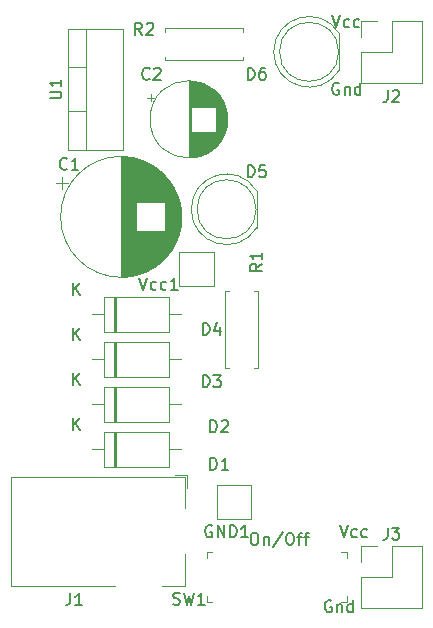
<source format=gbr>
%TF.GenerationSoftware,KiCad,Pcbnew,(5.1.10)-1*%
%TF.CreationDate,2021-09-08T17:33:34-04:00*%
%TF.ProjectId,BreadboardPowerSupplyLee,42726561-6462-46f6-9172-64506f776572,0.0.1*%
%TF.SameCoordinates,Original*%
%TF.FileFunction,Legend,Top*%
%TF.FilePolarity,Positive*%
%FSLAX46Y46*%
G04 Gerber Fmt 4.6, Leading zero omitted, Abs format (unit mm)*
G04 Created by KiCad (PCBNEW (5.1.10)-1) date 2021-09-08 17:33:34*
%MOMM*%
%LPD*%
G01*
G04 APERTURE LIST*
%ADD10C,0.150000*%
%ADD11C,0.120000*%
%ADD12C,0.100000*%
G04 APERTURE END LIST*
D10*
X156837142Y-138565000D02*
X156741904Y-138517380D01*
X156599047Y-138517380D01*
X156456190Y-138565000D01*
X156360952Y-138660238D01*
X156313333Y-138755476D01*
X156265714Y-138945952D01*
X156265714Y-139088809D01*
X156313333Y-139279285D01*
X156360952Y-139374523D01*
X156456190Y-139469761D01*
X156599047Y-139517380D01*
X156694285Y-139517380D01*
X156837142Y-139469761D01*
X156884761Y-139422142D01*
X156884761Y-139088809D01*
X156694285Y-139088809D01*
X157313333Y-138850714D02*
X157313333Y-139517380D01*
X157313333Y-138945952D02*
X157360952Y-138898333D01*
X157456190Y-138850714D01*
X157599047Y-138850714D01*
X157694285Y-138898333D01*
X157741904Y-138993571D01*
X157741904Y-139517380D01*
X158646666Y-139517380D02*
X158646666Y-138517380D01*
X158646666Y-139469761D02*
X158551428Y-139517380D01*
X158360952Y-139517380D01*
X158265714Y-139469761D01*
X158218095Y-139422142D01*
X158170476Y-139326904D01*
X158170476Y-139041190D01*
X158218095Y-138945952D01*
X158265714Y-138898333D01*
X158360952Y-138850714D01*
X158551428Y-138850714D01*
X158646666Y-138898333D01*
X157559523Y-132167380D02*
X157892857Y-133167380D01*
X158226190Y-132167380D01*
X158988095Y-133119761D02*
X158892857Y-133167380D01*
X158702380Y-133167380D01*
X158607142Y-133119761D01*
X158559523Y-133072142D01*
X158511904Y-132976904D01*
X158511904Y-132691190D01*
X158559523Y-132595952D01*
X158607142Y-132548333D01*
X158702380Y-132500714D01*
X158892857Y-132500714D01*
X158988095Y-132548333D01*
X159845238Y-133119761D02*
X159750000Y-133167380D01*
X159559523Y-133167380D01*
X159464285Y-133119761D01*
X159416666Y-133072142D01*
X159369047Y-132976904D01*
X159369047Y-132691190D01*
X159416666Y-132595952D01*
X159464285Y-132548333D01*
X159559523Y-132500714D01*
X159750000Y-132500714D01*
X159845238Y-132548333D01*
X157472142Y-94750000D02*
X157376904Y-94702380D01*
X157234047Y-94702380D01*
X157091190Y-94750000D01*
X156995952Y-94845238D01*
X156948333Y-94940476D01*
X156900714Y-95130952D01*
X156900714Y-95273809D01*
X156948333Y-95464285D01*
X156995952Y-95559523D01*
X157091190Y-95654761D01*
X157234047Y-95702380D01*
X157329285Y-95702380D01*
X157472142Y-95654761D01*
X157519761Y-95607142D01*
X157519761Y-95273809D01*
X157329285Y-95273809D01*
X157948333Y-95035714D02*
X157948333Y-95702380D01*
X157948333Y-95130952D02*
X157995952Y-95083333D01*
X158091190Y-95035714D01*
X158234047Y-95035714D01*
X158329285Y-95083333D01*
X158376904Y-95178571D01*
X158376904Y-95702380D01*
X159281666Y-95702380D02*
X159281666Y-94702380D01*
X159281666Y-95654761D02*
X159186428Y-95702380D01*
X158995952Y-95702380D01*
X158900714Y-95654761D01*
X158853095Y-95607142D01*
X158805476Y-95511904D01*
X158805476Y-95226190D01*
X158853095Y-95130952D01*
X158900714Y-95083333D01*
X158995952Y-95035714D01*
X159186428Y-95035714D01*
X159281666Y-95083333D01*
X156924523Y-88987380D02*
X157257857Y-89987380D01*
X157591190Y-88987380D01*
X158353095Y-89939761D02*
X158257857Y-89987380D01*
X158067380Y-89987380D01*
X157972142Y-89939761D01*
X157924523Y-89892142D01*
X157876904Y-89796904D01*
X157876904Y-89511190D01*
X157924523Y-89415952D01*
X157972142Y-89368333D01*
X158067380Y-89320714D01*
X158257857Y-89320714D01*
X158353095Y-89368333D01*
X159210238Y-89939761D02*
X159115000Y-89987380D01*
X158924523Y-89987380D01*
X158829285Y-89939761D01*
X158781666Y-89892142D01*
X158734047Y-89796904D01*
X158734047Y-89511190D01*
X158781666Y-89415952D01*
X158829285Y-89368333D01*
X158924523Y-89320714D01*
X159115000Y-89320714D01*
X159210238Y-89368333D01*
X150233333Y-132802380D02*
X150423809Y-132802380D01*
X150519047Y-132850000D01*
X150614285Y-132945238D01*
X150661904Y-133135714D01*
X150661904Y-133469047D01*
X150614285Y-133659523D01*
X150519047Y-133754761D01*
X150423809Y-133802380D01*
X150233333Y-133802380D01*
X150138095Y-133754761D01*
X150042857Y-133659523D01*
X149995238Y-133469047D01*
X149995238Y-133135714D01*
X150042857Y-132945238D01*
X150138095Y-132850000D01*
X150233333Y-132802380D01*
X151090476Y-133135714D02*
X151090476Y-133802380D01*
X151090476Y-133230952D02*
X151138095Y-133183333D01*
X151233333Y-133135714D01*
X151376190Y-133135714D01*
X151471428Y-133183333D01*
X151519047Y-133278571D01*
X151519047Y-133802380D01*
X152709523Y-132754761D02*
X151852380Y-134040476D01*
X153233333Y-132802380D02*
X153423809Y-132802380D01*
X153519047Y-132850000D01*
X153614285Y-132945238D01*
X153661904Y-133135714D01*
X153661904Y-133469047D01*
X153614285Y-133659523D01*
X153519047Y-133754761D01*
X153423809Y-133802380D01*
X153233333Y-133802380D01*
X153138095Y-133754761D01*
X153042857Y-133659523D01*
X152995238Y-133469047D01*
X152995238Y-133135714D01*
X153042857Y-132945238D01*
X153138095Y-132850000D01*
X153233333Y-132802380D01*
X153947619Y-133135714D02*
X154328571Y-133135714D01*
X154090476Y-133802380D02*
X154090476Y-132945238D01*
X154138095Y-132850000D01*
X154233333Y-132802380D01*
X154328571Y-132802380D01*
X154519047Y-133135714D02*
X154900000Y-133135714D01*
X154661904Y-133802380D02*
X154661904Y-132945238D01*
X154709523Y-132850000D01*
X154804761Y-132802380D01*
X154900000Y-132802380D01*
D11*
%TO.C,C1*%
X144145000Y-106045000D02*
G75*
G03*
X144145000Y-106045000I-5120000J0D01*
G01*
X139025000Y-100965000D02*
X139025000Y-111125000D01*
X139065000Y-100965000D02*
X139065000Y-111125000D01*
X139105000Y-100965000D02*
X139105000Y-111125000D01*
X139145000Y-100966000D02*
X139145000Y-111124000D01*
X139185000Y-100967000D02*
X139185000Y-111123000D01*
X139225000Y-100968000D02*
X139225000Y-111122000D01*
X139265000Y-100970000D02*
X139265000Y-111120000D01*
X139305000Y-100972000D02*
X139305000Y-111118000D01*
X139345000Y-100975000D02*
X139345000Y-111115000D01*
X139385000Y-100977000D02*
X139385000Y-111113000D01*
X139425000Y-100980000D02*
X139425000Y-111110000D01*
X139465000Y-100983000D02*
X139465000Y-111107000D01*
X139505000Y-100987000D02*
X139505000Y-111103000D01*
X139545000Y-100991000D02*
X139545000Y-111099000D01*
X139585000Y-100995000D02*
X139585000Y-111095000D01*
X139625000Y-101000000D02*
X139625000Y-111090000D01*
X139665000Y-101005000D02*
X139665000Y-111085000D01*
X139705000Y-101010000D02*
X139705000Y-111080000D01*
X139746000Y-101015000D02*
X139746000Y-111075000D01*
X139786000Y-101021000D02*
X139786000Y-111069000D01*
X139826000Y-101027000D02*
X139826000Y-111063000D01*
X139866000Y-101034000D02*
X139866000Y-111056000D01*
X139906000Y-101041000D02*
X139906000Y-111049000D01*
X139946000Y-101048000D02*
X139946000Y-111042000D01*
X139986000Y-101055000D02*
X139986000Y-111035000D01*
X140026000Y-101063000D02*
X140026000Y-111027000D01*
X140066000Y-101071000D02*
X140066000Y-111019000D01*
X140106000Y-101080000D02*
X140106000Y-111010000D01*
X140146000Y-101089000D02*
X140146000Y-111001000D01*
X140186000Y-101098000D02*
X140186000Y-110992000D01*
X140226000Y-101107000D02*
X140226000Y-110983000D01*
X140266000Y-101117000D02*
X140266000Y-110973000D01*
X140306000Y-101127000D02*
X140306000Y-104804000D01*
X140306000Y-107286000D02*
X140306000Y-110963000D01*
X140346000Y-101138000D02*
X140346000Y-104804000D01*
X140346000Y-107286000D02*
X140346000Y-110952000D01*
X140386000Y-101148000D02*
X140386000Y-104804000D01*
X140386000Y-107286000D02*
X140386000Y-110942000D01*
X140426000Y-101160000D02*
X140426000Y-104804000D01*
X140426000Y-107286000D02*
X140426000Y-110930000D01*
X140466000Y-101171000D02*
X140466000Y-104804000D01*
X140466000Y-107286000D02*
X140466000Y-110919000D01*
X140506000Y-101183000D02*
X140506000Y-104804000D01*
X140506000Y-107286000D02*
X140506000Y-110907000D01*
X140546000Y-101195000D02*
X140546000Y-104804000D01*
X140546000Y-107286000D02*
X140546000Y-110895000D01*
X140586000Y-101208000D02*
X140586000Y-104804000D01*
X140586000Y-107286000D02*
X140586000Y-110882000D01*
X140626000Y-101221000D02*
X140626000Y-104804000D01*
X140626000Y-107286000D02*
X140626000Y-110869000D01*
X140666000Y-101234000D02*
X140666000Y-104804000D01*
X140666000Y-107286000D02*
X140666000Y-110856000D01*
X140706000Y-101248000D02*
X140706000Y-104804000D01*
X140706000Y-107286000D02*
X140706000Y-110842000D01*
X140746000Y-101262000D02*
X140746000Y-104804000D01*
X140746000Y-107286000D02*
X140746000Y-110828000D01*
X140786000Y-101277000D02*
X140786000Y-104804000D01*
X140786000Y-107286000D02*
X140786000Y-110813000D01*
X140826000Y-101291000D02*
X140826000Y-104804000D01*
X140826000Y-107286000D02*
X140826000Y-110799000D01*
X140866000Y-101307000D02*
X140866000Y-104804000D01*
X140866000Y-107286000D02*
X140866000Y-110783000D01*
X140906000Y-101322000D02*
X140906000Y-104804000D01*
X140906000Y-107286000D02*
X140906000Y-110768000D01*
X140946000Y-101338000D02*
X140946000Y-104804000D01*
X140946000Y-107286000D02*
X140946000Y-110752000D01*
X140986000Y-101355000D02*
X140986000Y-104804000D01*
X140986000Y-107286000D02*
X140986000Y-110735000D01*
X141026000Y-101371000D02*
X141026000Y-104804000D01*
X141026000Y-107286000D02*
X141026000Y-110719000D01*
X141066000Y-101388000D02*
X141066000Y-104804000D01*
X141066000Y-107286000D02*
X141066000Y-110702000D01*
X141106000Y-101406000D02*
X141106000Y-104804000D01*
X141106000Y-107286000D02*
X141106000Y-110684000D01*
X141146000Y-101424000D02*
X141146000Y-104804000D01*
X141146000Y-107286000D02*
X141146000Y-110666000D01*
X141186000Y-101442000D02*
X141186000Y-104804000D01*
X141186000Y-107286000D02*
X141186000Y-110648000D01*
X141226000Y-101461000D02*
X141226000Y-104804000D01*
X141226000Y-107286000D02*
X141226000Y-110629000D01*
X141266000Y-101481000D02*
X141266000Y-104804000D01*
X141266000Y-107286000D02*
X141266000Y-110609000D01*
X141306000Y-101500000D02*
X141306000Y-104804000D01*
X141306000Y-107286000D02*
X141306000Y-110590000D01*
X141346000Y-101520000D02*
X141346000Y-104804000D01*
X141346000Y-107286000D02*
X141346000Y-110570000D01*
X141386000Y-101541000D02*
X141386000Y-104804000D01*
X141386000Y-107286000D02*
X141386000Y-110549000D01*
X141426000Y-101562000D02*
X141426000Y-104804000D01*
X141426000Y-107286000D02*
X141426000Y-110528000D01*
X141466000Y-101583000D02*
X141466000Y-104804000D01*
X141466000Y-107286000D02*
X141466000Y-110507000D01*
X141506000Y-101605000D02*
X141506000Y-104804000D01*
X141506000Y-107286000D02*
X141506000Y-110485000D01*
X141546000Y-101628000D02*
X141546000Y-104804000D01*
X141546000Y-107286000D02*
X141546000Y-110462000D01*
X141586000Y-101650000D02*
X141586000Y-104804000D01*
X141586000Y-107286000D02*
X141586000Y-110440000D01*
X141626000Y-101674000D02*
X141626000Y-104804000D01*
X141626000Y-107286000D02*
X141626000Y-110416000D01*
X141666000Y-101698000D02*
X141666000Y-104804000D01*
X141666000Y-107286000D02*
X141666000Y-110392000D01*
X141706000Y-101722000D02*
X141706000Y-104804000D01*
X141706000Y-107286000D02*
X141706000Y-110368000D01*
X141746000Y-101747000D02*
X141746000Y-104804000D01*
X141746000Y-107286000D02*
X141746000Y-110343000D01*
X141786000Y-101772000D02*
X141786000Y-104804000D01*
X141786000Y-107286000D02*
X141786000Y-110318000D01*
X141826000Y-101798000D02*
X141826000Y-104804000D01*
X141826000Y-107286000D02*
X141826000Y-110292000D01*
X141866000Y-101824000D02*
X141866000Y-104804000D01*
X141866000Y-107286000D02*
X141866000Y-110266000D01*
X141906000Y-101851000D02*
X141906000Y-104804000D01*
X141906000Y-107286000D02*
X141906000Y-110239000D01*
X141946000Y-101879000D02*
X141946000Y-104804000D01*
X141946000Y-107286000D02*
X141946000Y-110211000D01*
X141986000Y-101907000D02*
X141986000Y-104804000D01*
X141986000Y-107286000D02*
X141986000Y-110183000D01*
X142026000Y-101935000D02*
X142026000Y-104804000D01*
X142026000Y-107286000D02*
X142026000Y-110155000D01*
X142066000Y-101965000D02*
X142066000Y-104804000D01*
X142066000Y-107286000D02*
X142066000Y-110125000D01*
X142106000Y-101995000D02*
X142106000Y-104804000D01*
X142106000Y-107286000D02*
X142106000Y-110095000D01*
X142146000Y-102025000D02*
X142146000Y-104804000D01*
X142146000Y-107286000D02*
X142146000Y-110065000D01*
X142186000Y-102056000D02*
X142186000Y-104804000D01*
X142186000Y-107286000D02*
X142186000Y-110034000D01*
X142226000Y-102088000D02*
X142226000Y-104804000D01*
X142226000Y-107286000D02*
X142226000Y-110002000D01*
X142266000Y-102120000D02*
X142266000Y-104804000D01*
X142266000Y-107286000D02*
X142266000Y-109970000D01*
X142306000Y-102153000D02*
X142306000Y-104804000D01*
X142306000Y-107286000D02*
X142306000Y-109937000D01*
X142346000Y-102187000D02*
X142346000Y-104804000D01*
X142346000Y-107286000D02*
X142346000Y-109903000D01*
X142386000Y-102221000D02*
X142386000Y-104804000D01*
X142386000Y-107286000D02*
X142386000Y-109869000D01*
X142426000Y-102256000D02*
X142426000Y-104804000D01*
X142426000Y-107286000D02*
X142426000Y-109834000D01*
X142466000Y-102292000D02*
X142466000Y-104804000D01*
X142466000Y-107286000D02*
X142466000Y-109798000D01*
X142506000Y-102329000D02*
X142506000Y-104804000D01*
X142506000Y-107286000D02*
X142506000Y-109761000D01*
X142546000Y-102366000D02*
X142546000Y-104804000D01*
X142546000Y-107286000D02*
X142546000Y-109724000D01*
X142586000Y-102405000D02*
X142586000Y-104804000D01*
X142586000Y-107286000D02*
X142586000Y-109685000D01*
X142626000Y-102444000D02*
X142626000Y-104804000D01*
X142626000Y-107286000D02*
X142626000Y-109646000D01*
X142666000Y-102484000D02*
X142666000Y-104804000D01*
X142666000Y-107286000D02*
X142666000Y-109606000D01*
X142706000Y-102525000D02*
X142706000Y-104804000D01*
X142706000Y-107286000D02*
X142706000Y-109565000D01*
X142746000Y-102567000D02*
X142746000Y-104804000D01*
X142746000Y-107286000D02*
X142746000Y-109523000D01*
X142786000Y-102609000D02*
X142786000Y-109481000D01*
X142826000Y-102653000D02*
X142826000Y-109437000D01*
X142866000Y-102698000D02*
X142866000Y-109392000D01*
X142906000Y-102744000D02*
X142906000Y-109346000D01*
X142946000Y-102791000D02*
X142946000Y-109299000D01*
X142986000Y-102839000D02*
X142986000Y-109251000D01*
X143026000Y-102889000D02*
X143026000Y-109201000D01*
X143066000Y-102939000D02*
X143066000Y-109151000D01*
X143106000Y-102991000D02*
X143106000Y-109099000D01*
X143146000Y-103045000D02*
X143146000Y-109045000D01*
X143186000Y-103100000D02*
X143186000Y-108990000D01*
X143226000Y-103156000D02*
X143226000Y-108934000D01*
X143266000Y-103215000D02*
X143266000Y-108875000D01*
X143306000Y-103275000D02*
X143306000Y-108815000D01*
X143346000Y-103336000D02*
X143346000Y-108754000D01*
X143386000Y-103400000D02*
X143386000Y-108690000D01*
X143426000Y-103466000D02*
X143426000Y-108624000D01*
X143466000Y-103535000D02*
X143466000Y-108555000D01*
X143506000Y-103606000D02*
X143506000Y-108484000D01*
X143546000Y-103680000D02*
X143546000Y-108410000D01*
X143586000Y-103756000D02*
X143586000Y-108334000D01*
X143626000Y-103836000D02*
X143626000Y-108254000D01*
X143666000Y-103920000D02*
X143666000Y-108170000D01*
X143706000Y-104008000D02*
X143706000Y-108082000D01*
X143746000Y-104101000D02*
X143746000Y-107989000D01*
X143786000Y-104199000D02*
X143786000Y-107891000D01*
X143826000Y-104303000D02*
X143826000Y-107787000D01*
X143866000Y-104415000D02*
X143866000Y-107675000D01*
X143906000Y-104535000D02*
X143906000Y-107555000D01*
X143946000Y-104667000D02*
X143946000Y-107423000D01*
X143986000Y-104815000D02*
X143986000Y-107275000D01*
X144026000Y-104983000D02*
X144026000Y-107107000D01*
X144066000Y-105183000D02*
X144066000Y-106907000D01*
X144106000Y-105446000D02*
X144106000Y-106644000D01*
X133545354Y-103170000D02*
X134545354Y-103170000D01*
X134045354Y-102670000D02*
X134045354Y-103670000D01*
%TO.C,C2*%
X148030000Y-97790000D02*
G75*
G03*
X148030000Y-97790000I-3270000J0D01*
G01*
X144760000Y-94560000D02*
X144760000Y-101020000D01*
X144800000Y-94560000D02*
X144800000Y-101020000D01*
X144840000Y-94560000D02*
X144840000Y-101020000D01*
X144880000Y-94562000D02*
X144880000Y-101018000D01*
X144920000Y-94563000D02*
X144920000Y-101017000D01*
X144960000Y-94566000D02*
X144960000Y-101014000D01*
X145000000Y-94568000D02*
X145000000Y-96750000D01*
X145000000Y-98830000D02*
X145000000Y-101012000D01*
X145040000Y-94572000D02*
X145040000Y-96750000D01*
X145040000Y-98830000D02*
X145040000Y-101008000D01*
X145080000Y-94575000D02*
X145080000Y-96750000D01*
X145080000Y-98830000D02*
X145080000Y-101005000D01*
X145120000Y-94579000D02*
X145120000Y-96750000D01*
X145120000Y-98830000D02*
X145120000Y-101001000D01*
X145160000Y-94584000D02*
X145160000Y-96750000D01*
X145160000Y-98830000D02*
X145160000Y-100996000D01*
X145200000Y-94589000D02*
X145200000Y-96750000D01*
X145200000Y-98830000D02*
X145200000Y-100991000D01*
X145240000Y-94595000D02*
X145240000Y-96750000D01*
X145240000Y-98830000D02*
X145240000Y-100985000D01*
X145280000Y-94601000D02*
X145280000Y-96750000D01*
X145280000Y-98830000D02*
X145280000Y-100979000D01*
X145320000Y-94608000D02*
X145320000Y-96750000D01*
X145320000Y-98830000D02*
X145320000Y-100972000D01*
X145360000Y-94615000D02*
X145360000Y-96750000D01*
X145360000Y-98830000D02*
X145360000Y-100965000D01*
X145400000Y-94623000D02*
X145400000Y-96750000D01*
X145400000Y-98830000D02*
X145400000Y-100957000D01*
X145440000Y-94631000D02*
X145440000Y-96750000D01*
X145440000Y-98830000D02*
X145440000Y-100949000D01*
X145481000Y-94640000D02*
X145481000Y-96750000D01*
X145481000Y-98830000D02*
X145481000Y-100940000D01*
X145521000Y-94649000D02*
X145521000Y-96750000D01*
X145521000Y-98830000D02*
X145521000Y-100931000D01*
X145561000Y-94659000D02*
X145561000Y-96750000D01*
X145561000Y-98830000D02*
X145561000Y-100921000D01*
X145601000Y-94669000D02*
X145601000Y-96750000D01*
X145601000Y-98830000D02*
X145601000Y-100911000D01*
X145641000Y-94680000D02*
X145641000Y-96750000D01*
X145641000Y-98830000D02*
X145641000Y-100900000D01*
X145681000Y-94692000D02*
X145681000Y-96750000D01*
X145681000Y-98830000D02*
X145681000Y-100888000D01*
X145721000Y-94704000D02*
X145721000Y-96750000D01*
X145721000Y-98830000D02*
X145721000Y-100876000D01*
X145761000Y-94716000D02*
X145761000Y-96750000D01*
X145761000Y-98830000D02*
X145761000Y-100864000D01*
X145801000Y-94729000D02*
X145801000Y-96750000D01*
X145801000Y-98830000D02*
X145801000Y-100851000D01*
X145841000Y-94743000D02*
X145841000Y-96750000D01*
X145841000Y-98830000D02*
X145841000Y-100837000D01*
X145881000Y-94757000D02*
X145881000Y-96750000D01*
X145881000Y-98830000D02*
X145881000Y-100823000D01*
X145921000Y-94772000D02*
X145921000Y-96750000D01*
X145921000Y-98830000D02*
X145921000Y-100808000D01*
X145961000Y-94788000D02*
X145961000Y-96750000D01*
X145961000Y-98830000D02*
X145961000Y-100792000D01*
X146001000Y-94804000D02*
X146001000Y-96750000D01*
X146001000Y-98830000D02*
X146001000Y-100776000D01*
X146041000Y-94820000D02*
X146041000Y-96750000D01*
X146041000Y-98830000D02*
X146041000Y-100760000D01*
X146081000Y-94838000D02*
X146081000Y-96750000D01*
X146081000Y-98830000D02*
X146081000Y-100742000D01*
X146121000Y-94856000D02*
X146121000Y-96750000D01*
X146121000Y-98830000D02*
X146121000Y-100724000D01*
X146161000Y-94874000D02*
X146161000Y-96750000D01*
X146161000Y-98830000D02*
X146161000Y-100706000D01*
X146201000Y-94894000D02*
X146201000Y-96750000D01*
X146201000Y-98830000D02*
X146201000Y-100686000D01*
X146241000Y-94914000D02*
X146241000Y-96750000D01*
X146241000Y-98830000D02*
X146241000Y-100666000D01*
X146281000Y-94934000D02*
X146281000Y-96750000D01*
X146281000Y-98830000D02*
X146281000Y-100646000D01*
X146321000Y-94956000D02*
X146321000Y-96750000D01*
X146321000Y-98830000D02*
X146321000Y-100624000D01*
X146361000Y-94978000D02*
X146361000Y-96750000D01*
X146361000Y-98830000D02*
X146361000Y-100602000D01*
X146401000Y-95000000D02*
X146401000Y-96750000D01*
X146401000Y-98830000D02*
X146401000Y-100580000D01*
X146441000Y-95024000D02*
X146441000Y-96750000D01*
X146441000Y-98830000D02*
X146441000Y-100556000D01*
X146481000Y-95048000D02*
X146481000Y-96750000D01*
X146481000Y-98830000D02*
X146481000Y-100532000D01*
X146521000Y-95074000D02*
X146521000Y-96750000D01*
X146521000Y-98830000D02*
X146521000Y-100506000D01*
X146561000Y-95100000D02*
X146561000Y-96750000D01*
X146561000Y-98830000D02*
X146561000Y-100480000D01*
X146601000Y-95126000D02*
X146601000Y-96750000D01*
X146601000Y-98830000D02*
X146601000Y-100454000D01*
X146641000Y-95154000D02*
X146641000Y-96750000D01*
X146641000Y-98830000D02*
X146641000Y-100426000D01*
X146681000Y-95183000D02*
X146681000Y-96750000D01*
X146681000Y-98830000D02*
X146681000Y-100397000D01*
X146721000Y-95212000D02*
X146721000Y-96750000D01*
X146721000Y-98830000D02*
X146721000Y-100368000D01*
X146761000Y-95242000D02*
X146761000Y-96750000D01*
X146761000Y-98830000D02*
X146761000Y-100338000D01*
X146801000Y-95274000D02*
X146801000Y-96750000D01*
X146801000Y-98830000D02*
X146801000Y-100306000D01*
X146841000Y-95306000D02*
X146841000Y-96750000D01*
X146841000Y-98830000D02*
X146841000Y-100274000D01*
X146881000Y-95340000D02*
X146881000Y-96750000D01*
X146881000Y-98830000D02*
X146881000Y-100240000D01*
X146921000Y-95374000D02*
X146921000Y-96750000D01*
X146921000Y-98830000D02*
X146921000Y-100206000D01*
X146961000Y-95410000D02*
X146961000Y-96750000D01*
X146961000Y-98830000D02*
X146961000Y-100170000D01*
X147001000Y-95447000D02*
X147001000Y-96750000D01*
X147001000Y-98830000D02*
X147001000Y-100133000D01*
X147041000Y-95485000D02*
X147041000Y-96750000D01*
X147041000Y-98830000D02*
X147041000Y-100095000D01*
X147081000Y-95525000D02*
X147081000Y-100055000D01*
X147121000Y-95566000D02*
X147121000Y-100014000D01*
X147161000Y-95608000D02*
X147161000Y-99972000D01*
X147201000Y-95653000D02*
X147201000Y-99927000D01*
X147241000Y-95698000D02*
X147241000Y-99882000D01*
X147281000Y-95746000D02*
X147281000Y-99834000D01*
X147321000Y-95795000D02*
X147321000Y-99785000D01*
X147361000Y-95846000D02*
X147361000Y-99734000D01*
X147401000Y-95900000D02*
X147401000Y-99680000D01*
X147441000Y-95956000D02*
X147441000Y-99624000D01*
X147481000Y-96014000D02*
X147481000Y-99566000D01*
X147521000Y-96076000D02*
X147521000Y-99504000D01*
X147561000Y-96140000D02*
X147561000Y-99440000D01*
X147601000Y-96209000D02*
X147601000Y-99371000D01*
X147641000Y-96281000D02*
X147641000Y-99299000D01*
X147681000Y-96358000D02*
X147681000Y-99222000D01*
X147721000Y-96440000D02*
X147721000Y-99140000D01*
X147761000Y-96528000D02*
X147761000Y-99052000D01*
X147801000Y-96625000D02*
X147801000Y-98955000D01*
X147841000Y-96731000D02*
X147841000Y-98849000D01*
X147881000Y-96850000D02*
X147881000Y-98730000D01*
X147921000Y-96988000D02*
X147921000Y-98592000D01*
X147961000Y-97157000D02*
X147961000Y-98423000D01*
X148001000Y-97388000D02*
X148001000Y-98192000D01*
X141259759Y-95951000D02*
X141889759Y-95951000D01*
X141574759Y-95636000D02*
X141574759Y-96266000D01*
%TO.C,D1*%
X137615000Y-124260000D02*
X137615000Y-127200000D01*
X137615000Y-127200000D02*
X143055000Y-127200000D01*
X143055000Y-127200000D02*
X143055000Y-124260000D01*
X143055000Y-124260000D02*
X137615000Y-124260000D01*
X136595000Y-125730000D02*
X137615000Y-125730000D01*
X144075000Y-125730000D02*
X143055000Y-125730000D01*
X138515000Y-124260000D02*
X138515000Y-127200000D01*
X138635000Y-124260000D02*
X138635000Y-127200000D01*
X138395000Y-124260000D02*
X138395000Y-127200000D01*
%TO.C,D2*%
X137615000Y-120450000D02*
X137615000Y-123390000D01*
X137615000Y-123390000D02*
X143055000Y-123390000D01*
X143055000Y-123390000D02*
X143055000Y-120450000D01*
X143055000Y-120450000D02*
X137615000Y-120450000D01*
X136595000Y-121920000D02*
X137615000Y-121920000D01*
X144075000Y-121920000D02*
X143055000Y-121920000D01*
X138515000Y-120450000D02*
X138515000Y-123390000D01*
X138635000Y-120450000D02*
X138635000Y-123390000D01*
X138395000Y-120450000D02*
X138395000Y-123390000D01*
%TO.C,D3*%
X137615000Y-116640000D02*
X137615000Y-119580000D01*
X137615000Y-119580000D02*
X143055000Y-119580000D01*
X143055000Y-119580000D02*
X143055000Y-116640000D01*
X143055000Y-116640000D02*
X137615000Y-116640000D01*
X136595000Y-118110000D02*
X137615000Y-118110000D01*
X144075000Y-118110000D02*
X143055000Y-118110000D01*
X138515000Y-116640000D02*
X138515000Y-119580000D01*
X138635000Y-116640000D02*
X138635000Y-119580000D01*
X138395000Y-116640000D02*
X138395000Y-119580000D01*
%TO.C,D4*%
X137615000Y-112830000D02*
X137615000Y-115770000D01*
X137615000Y-115770000D02*
X143055000Y-115770000D01*
X143055000Y-115770000D02*
X143055000Y-112830000D01*
X143055000Y-112830000D02*
X137615000Y-112830000D01*
X136595000Y-114300000D02*
X137615000Y-114300000D01*
X144075000Y-114300000D02*
X143055000Y-114300000D01*
X138515000Y-112830000D02*
X138515000Y-115770000D01*
X138635000Y-112830000D02*
X138635000Y-115770000D01*
X138395000Y-112830000D02*
X138395000Y-115770000D01*
%TO.C,D5*%
X144965000Y-105410462D02*
G75*
G02*
X150515000Y-103865170I2990000J462D01*
G01*
X144965000Y-105409538D02*
G75*
G03*
X150515000Y-106954830I2990000J-462D01*
G01*
X150455000Y-105410000D02*
G75*
G03*
X150455000Y-105410000I-2500000J0D01*
G01*
X150515000Y-106955000D02*
X150515000Y-103865000D01*
%TO.C,D6*%
X151950000Y-92075462D02*
G75*
G02*
X157500000Y-90530170I2990000J462D01*
G01*
X151950000Y-92074538D02*
G75*
G03*
X157500000Y-93619830I2990000J-462D01*
G01*
X157440000Y-92075000D02*
G75*
G03*
X157440000Y-92075000I-2500000J0D01*
G01*
X157500000Y-93620000D02*
X157500000Y-90530000D01*
%TO.C,J1*%
X144610000Y-128965000D02*
X144610000Y-127915000D01*
X143560000Y-127915000D02*
X144610000Y-127915000D01*
X138510000Y-137315000D02*
X129710000Y-137315000D01*
X129710000Y-137315000D02*
X129710000Y-128115000D01*
X144410000Y-134615000D02*
X144410000Y-137315000D01*
X144410000Y-137315000D02*
X142510000Y-137315000D01*
X129710000Y-128115000D02*
X144410000Y-128115000D01*
X144410000Y-128115000D02*
X144410000Y-130715000D01*
%TO.C,J2*%
X159325000Y-94675000D02*
X164525000Y-94675000D01*
X159325000Y-92075000D02*
X159325000Y-94675000D01*
X164525000Y-89475000D02*
X164525000Y-94675000D01*
X159325000Y-92075000D02*
X161925000Y-92075000D01*
X161925000Y-92075000D02*
X161925000Y-89475000D01*
X161925000Y-89475000D02*
X164525000Y-89475000D01*
X159325000Y-90805000D02*
X159325000Y-89475000D01*
X159325000Y-89475000D02*
X160655000Y-89475000D01*
%TO.C,J3*%
X159325000Y-139125000D02*
X164525000Y-139125000D01*
X159325000Y-136525000D02*
X159325000Y-139125000D01*
X164525000Y-133925000D02*
X164525000Y-139125000D01*
X159325000Y-136525000D02*
X161925000Y-136525000D01*
X161925000Y-136525000D02*
X161925000Y-133925000D01*
X161925000Y-133925000D02*
X164525000Y-133925000D01*
X159325000Y-135255000D02*
X159325000Y-133925000D01*
X159325000Y-133925000D02*
X160655000Y-133925000D01*
%TO.C,R1*%
X148185000Y-118840000D02*
X147855000Y-118840000D01*
X147855000Y-118840000D02*
X147855000Y-112300000D01*
X147855000Y-112300000D02*
X148185000Y-112300000D01*
X150265000Y-118840000D02*
X150595000Y-118840000D01*
X150595000Y-118840000D02*
X150595000Y-112300000D01*
X150595000Y-112300000D02*
X150265000Y-112300000D01*
%TO.C,R2*%
X142780000Y-90400000D02*
X142780000Y-90070000D01*
X142780000Y-90070000D02*
X149320000Y-90070000D01*
X149320000Y-90070000D02*
X149320000Y-90400000D01*
X142780000Y-92480000D02*
X142780000Y-92810000D01*
X142780000Y-92810000D02*
X149320000Y-92810000D01*
X149320000Y-92810000D02*
X149320000Y-92480000D01*
D12*
%TO.C,SW1*%
X158160000Y-138625000D02*
X157660000Y-138625000D01*
X158160000Y-138625000D02*
X158160000Y-138125000D01*
X146260000Y-138625000D02*
X146760000Y-138625000D01*
X146260000Y-138625000D02*
X146260000Y-138125000D01*
X146260000Y-134425000D02*
X146760000Y-134425000D01*
X146260000Y-134425000D02*
X146260000Y-134925000D01*
X158160000Y-134425000D02*
X158160000Y-134925000D01*
X158160000Y-134425000D02*
X157660000Y-134425000D01*
D11*
%TO.C,U1*%
X134525000Y-100370000D02*
X134525000Y-90130000D01*
X139166000Y-100370000D02*
X139166000Y-90130000D01*
X134525000Y-100370000D02*
X139166000Y-100370000D01*
X134525000Y-90130000D02*
X139166000Y-90130000D01*
X136035000Y-100370000D02*
X136035000Y-90130000D01*
X134525000Y-97100000D02*
X136035000Y-97100000D01*
X134525000Y-93399000D02*
X136035000Y-93399000D01*
%TO.C,GND1*%
X147140000Y-128725000D02*
X150040000Y-128725000D01*
X150040000Y-128725000D02*
X150040000Y-131625000D01*
X150040000Y-131625000D02*
X147140000Y-131625000D01*
X147140000Y-131625000D02*
X147140000Y-128725000D01*
%TO.C,Vcc1*%
X143965000Y-111940000D02*
X143965000Y-109040000D01*
X146865000Y-111940000D02*
X143965000Y-111940000D01*
X146865000Y-109040000D02*
X146865000Y-111940000D01*
X143965000Y-109040000D02*
X146865000Y-109040000D01*
%TO.C,C1*%
D10*
X134453333Y-101957142D02*
X134405714Y-102004761D01*
X134262857Y-102052380D01*
X134167619Y-102052380D01*
X134024761Y-102004761D01*
X133929523Y-101909523D01*
X133881904Y-101814285D01*
X133834285Y-101623809D01*
X133834285Y-101480952D01*
X133881904Y-101290476D01*
X133929523Y-101195238D01*
X134024761Y-101100000D01*
X134167619Y-101052380D01*
X134262857Y-101052380D01*
X134405714Y-101100000D01*
X134453333Y-101147619D01*
X135405714Y-102052380D02*
X134834285Y-102052380D01*
X135120000Y-102052380D02*
X135120000Y-101052380D01*
X135024761Y-101195238D01*
X134929523Y-101290476D01*
X134834285Y-101338095D01*
%TO.C,C2*%
X141438333Y-94337142D02*
X141390714Y-94384761D01*
X141247857Y-94432380D01*
X141152619Y-94432380D01*
X141009761Y-94384761D01*
X140914523Y-94289523D01*
X140866904Y-94194285D01*
X140819285Y-94003809D01*
X140819285Y-93860952D01*
X140866904Y-93670476D01*
X140914523Y-93575238D01*
X141009761Y-93480000D01*
X141152619Y-93432380D01*
X141247857Y-93432380D01*
X141390714Y-93480000D01*
X141438333Y-93527619D01*
X141819285Y-93527619D02*
X141866904Y-93480000D01*
X141962142Y-93432380D01*
X142200238Y-93432380D01*
X142295476Y-93480000D01*
X142343095Y-93527619D01*
X142390714Y-93622857D01*
X142390714Y-93718095D01*
X142343095Y-93860952D01*
X141771666Y-94432380D01*
X142390714Y-94432380D01*
%TO.C,D1*%
X146581904Y-127452380D02*
X146581904Y-126452380D01*
X146820000Y-126452380D01*
X146962857Y-126500000D01*
X147058095Y-126595238D01*
X147105714Y-126690476D01*
X147153333Y-126880952D01*
X147153333Y-127023809D01*
X147105714Y-127214285D01*
X147058095Y-127309523D01*
X146962857Y-127404761D01*
X146820000Y-127452380D01*
X146581904Y-127452380D01*
X148105714Y-127452380D02*
X147534285Y-127452380D01*
X147820000Y-127452380D02*
X147820000Y-126452380D01*
X147724761Y-126595238D01*
X147629523Y-126690476D01*
X147534285Y-126738095D01*
X134993095Y-124082380D02*
X134993095Y-123082380D01*
X135564523Y-124082380D02*
X135135952Y-123510952D01*
X135564523Y-123082380D02*
X134993095Y-123653809D01*
%TO.C,D2*%
X146581904Y-124277380D02*
X146581904Y-123277380D01*
X146820000Y-123277380D01*
X146962857Y-123325000D01*
X147058095Y-123420238D01*
X147105714Y-123515476D01*
X147153333Y-123705952D01*
X147153333Y-123848809D01*
X147105714Y-124039285D01*
X147058095Y-124134523D01*
X146962857Y-124229761D01*
X146820000Y-124277380D01*
X146581904Y-124277380D01*
X147534285Y-123372619D02*
X147581904Y-123325000D01*
X147677142Y-123277380D01*
X147915238Y-123277380D01*
X148010476Y-123325000D01*
X148058095Y-123372619D01*
X148105714Y-123467857D01*
X148105714Y-123563095D01*
X148058095Y-123705952D01*
X147486666Y-124277380D01*
X148105714Y-124277380D01*
X134993095Y-120272380D02*
X134993095Y-119272380D01*
X135564523Y-120272380D02*
X135135952Y-119700952D01*
X135564523Y-119272380D02*
X134993095Y-119843809D01*
%TO.C,D3*%
X145946904Y-120467380D02*
X145946904Y-119467380D01*
X146185000Y-119467380D01*
X146327857Y-119515000D01*
X146423095Y-119610238D01*
X146470714Y-119705476D01*
X146518333Y-119895952D01*
X146518333Y-120038809D01*
X146470714Y-120229285D01*
X146423095Y-120324523D01*
X146327857Y-120419761D01*
X146185000Y-120467380D01*
X145946904Y-120467380D01*
X146851666Y-119467380D02*
X147470714Y-119467380D01*
X147137380Y-119848333D01*
X147280238Y-119848333D01*
X147375476Y-119895952D01*
X147423095Y-119943571D01*
X147470714Y-120038809D01*
X147470714Y-120276904D01*
X147423095Y-120372142D01*
X147375476Y-120419761D01*
X147280238Y-120467380D01*
X146994523Y-120467380D01*
X146899285Y-120419761D01*
X146851666Y-120372142D01*
X134993095Y-116462380D02*
X134993095Y-115462380D01*
X135564523Y-116462380D02*
X135135952Y-115890952D01*
X135564523Y-115462380D02*
X134993095Y-116033809D01*
%TO.C,D4*%
X145946904Y-116022380D02*
X145946904Y-115022380D01*
X146185000Y-115022380D01*
X146327857Y-115070000D01*
X146423095Y-115165238D01*
X146470714Y-115260476D01*
X146518333Y-115450952D01*
X146518333Y-115593809D01*
X146470714Y-115784285D01*
X146423095Y-115879523D01*
X146327857Y-115974761D01*
X146185000Y-116022380D01*
X145946904Y-116022380D01*
X147375476Y-115355714D02*
X147375476Y-116022380D01*
X147137380Y-114974761D02*
X146899285Y-115689047D01*
X147518333Y-115689047D01*
X134993095Y-112652380D02*
X134993095Y-111652380D01*
X135564523Y-112652380D02*
X135135952Y-112080952D01*
X135564523Y-111652380D02*
X134993095Y-112223809D01*
%TO.C,D5*%
X149756904Y-102687380D02*
X149756904Y-101687380D01*
X149995000Y-101687380D01*
X150137857Y-101735000D01*
X150233095Y-101830238D01*
X150280714Y-101925476D01*
X150328333Y-102115952D01*
X150328333Y-102258809D01*
X150280714Y-102449285D01*
X150233095Y-102544523D01*
X150137857Y-102639761D01*
X149995000Y-102687380D01*
X149756904Y-102687380D01*
X151233095Y-101687380D02*
X150756904Y-101687380D01*
X150709285Y-102163571D01*
X150756904Y-102115952D01*
X150852142Y-102068333D01*
X151090238Y-102068333D01*
X151185476Y-102115952D01*
X151233095Y-102163571D01*
X151280714Y-102258809D01*
X151280714Y-102496904D01*
X151233095Y-102592142D01*
X151185476Y-102639761D01*
X151090238Y-102687380D01*
X150852142Y-102687380D01*
X150756904Y-102639761D01*
X150709285Y-102592142D01*
%TO.C,D6*%
X149756904Y-94432380D02*
X149756904Y-93432380D01*
X149995000Y-93432380D01*
X150137857Y-93480000D01*
X150233095Y-93575238D01*
X150280714Y-93670476D01*
X150328333Y-93860952D01*
X150328333Y-94003809D01*
X150280714Y-94194285D01*
X150233095Y-94289523D01*
X150137857Y-94384761D01*
X149995000Y-94432380D01*
X149756904Y-94432380D01*
X151185476Y-93432380D02*
X150995000Y-93432380D01*
X150899761Y-93480000D01*
X150852142Y-93527619D01*
X150756904Y-93670476D01*
X150709285Y-93860952D01*
X150709285Y-94241904D01*
X150756904Y-94337142D01*
X150804523Y-94384761D01*
X150899761Y-94432380D01*
X151090238Y-94432380D01*
X151185476Y-94384761D01*
X151233095Y-94337142D01*
X151280714Y-94241904D01*
X151280714Y-94003809D01*
X151233095Y-93908571D01*
X151185476Y-93860952D01*
X151090238Y-93813333D01*
X150899761Y-93813333D01*
X150804523Y-93860952D01*
X150756904Y-93908571D01*
X150709285Y-94003809D01*
%TO.C,J1*%
X134726666Y-137917380D02*
X134726666Y-138631666D01*
X134679047Y-138774523D01*
X134583809Y-138869761D01*
X134440952Y-138917380D01*
X134345714Y-138917380D01*
X135726666Y-138917380D02*
X135155238Y-138917380D01*
X135440952Y-138917380D02*
X135440952Y-137917380D01*
X135345714Y-138060238D01*
X135250476Y-138155476D01*
X135155238Y-138203095D01*
%TO.C,J2*%
X161591666Y-95337380D02*
X161591666Y-96051666D01*
X161544047Y-96194523D01*
X161448809Y-96289761D01*
X161305952Y-96337380D01*
X161210714Y-96337380D01*
X162020238Y-95432619D02*
X162067857Y-95385000D01*
X162163095Y-95337380D01*
X162401190Y-95337380D01*
X162496428Y-95385000D01*
X162544047Y-95432619D01*
X162591666Y-95527857D01*
X162591666Y-95623095D01*
X162544047Y-95765952D01*
X161972619Y-96337380D01*
X162591666Y-96337380D01*
%TO.C,J3*%
X161591666Y-132377380D02*
X161591666Y-133091666D01*
X161544047Y-133234523D01*
X161448809Y-133329761D01*
X161305952Y-133377380D01*
X161210714Y-133377380D01*
X161972619Y-132377380D02*
X162591666Y-132377380D01*
X162258333Y-132758333D01*
X162401190Y-132758333D01*
X162496428Y-132805952D01*
X162544047Y-132853571D01*
X162591666Y-132948809D01*
X162591666Y-133186904D01*
X162544047Y-133282142D01*
X162496428Y-133329761D01*
X162401190Y-133377380D01*
X162115476Y-133377380D01*
X162020238Y-133329761D01*
X161972619Y-133282142D01*
%TO.C,R1*%
X150947380Y-110021666D02*
X150471190Y-110355000D01*
X150947380Y-110593095D02*
X149947380Y-110593095D01*
X149947380Y-110212142D01*
X149995000Y-110116904D01*
X150042619Y-110069285D01*
X150137857Y-110021666D01*
X150280714Y-110021666D01*
X150375952Y-110069285D01*
X150423571Y-110116904D01*
X150471190Y-110212142D01*
X150471190Y-110593095D01*
X150947380Y-109069285D02*
X150947380Y-109640714D01*
X150947380Y-109355000D02*
X149947380Y-109355000D01*
X150090238Y-109450238D01*
X150185476Y-109545476D01*
X150233095Y-109640714D01*
%TO.C,R2*%
X140803333Y-90622380D02*
X140470000Y-90146190D01*
X140231904Y-90622380D02*
X140231904Y-89622380D01*
X140612857Y-89622380D01*
X140708095Y-89670000D01*
X140755714Y-89717619D01*
X140803333Y-89812857D01*
X140803333Y-89955714D01*
X140755714Y-90050952D01*
X140708095Y-90098571D01*
X140612857Y-90146190D01*
X140231904Y-90146190D01*
X141184285Y-89717619D02*
X141231904Y-89670000D01*
X141327142Y-89622380D01*
X141565238Y-89622380D01*
X141660476Y-89670000D01*
X141708095Y-89717619D01*
X141755714Y-89812857D01*
X141755714Y-89908095D01*
X141708095Y-90050952D01*
X141136666Y-90622380D01*
X141755714Y-90622380D01*
%TO.C,SW1*%
X143446666Y-138834761D02*
X143589523Y-138882380D01*
X143827619Y-138882380D01*
X143922857Y-138834761D01*
X143970476Y-138787142D01*
X144018095Y-138691904D01*
X144018095Y-138596666D01*
X143970476Y-138501428D01*
X143922857Y-138453809D01*
X143827619Y-138406190D01*
X143637142Y-138358571D01*
X143541904Y-138310952D01*
X143494285Y-138263333D01*
X143446666Y-138168095D01*
X143446666Y-138072857D01*
X143494285Y-137977619D01*
X143541904Y-137930000D01*
X143637142Y-137882380D01*
X143875238Y-137882380D01*
X144018095Y-137930000D01*
X144351428Y-137882380D02*
X144589523Y-138882380D01*
X144780000Y-138168095D01*
X144970476Y-138882380D01*
X145208571Y-137882380D01*
X146113333Y-138882380D02*
X145541904Y-138882380D01*
X145827619Y-138882380D02*
X145827619Y-137882380D01*
X145732380Y-138025238D01*
X145637142Y-138120476D01*
X145541904Y-138168095D01*
%TO.C,U1*%
X132977380Y-96011904D02*
X133786904Y-96011904D01*
X133882142Y-95964285D01*
X133929761Y-95916666D01*
X133977380Y-95821428D01*
X133977380Y-95630952D01*
X133929761Y-95535714D01*
X133882142Y-95488095D01*
X133786904Y-95440476D01*
X132977380Y-95440476D01*
X133977380Y-94440476D02*
X133977380Y-95011904D01*
X133977380Y-94726190D02*
X132977380Y-94726190D01*
X133120238Y-94821428D01*
X133215476Y-94916666D01*
X133263095Y-95011904D01*
%TO.C,GND1*%
X146716904Y-132215000D02*
X146621666Y-132167380D01*
X146478809Y-132167380D01*
X146335952Y-132215000D01*
X146240714Y-132310238D01*
X146193095Y-132405476D01*
X146145476Y-132595952D01*
X146145476Y-132738809D01*
X146193095Y-132929285D01*
X146240714Y-133024523D01*
X146335952Y-133119761D01*
X146478809Y-133167380D01*
X146574047Y-133167380D01*
X146716904Y-133119761D01*
X146764523Y-133072142D01*
X146764523Y-132738809D01*
X146574047Y-132738809D01*
X147193095Y-133167380D02*
X147193095Y-132167380D01*
X147764523Y-133167380D01*
X147764523Y-132167380D01*
X148240714Y-133167380D02*
X148240714Y-132167380D01*
X148478809Y-132167380D01*
X148621666Y-132215000D01*
X148716904Y-132310238D01*
X148764523Y-132405476D01*
X148812142Y-132595952D01*
X148812142Y-132738809D01*
X148764523Y-132929285D01*
X148716904Y-133024523D01*
X148621666Y-133119761D01*
X148478809Y-133167380D01*
X148240714Y-133167380D01*
X149764523Y-133167380D02*
X149193095Y-133167380D01*
X149478809Y-133167380D02*
X149478809Y-132167380D01*
X149383571Y-132310238D01*
X149288333Y-132405476D01*
X149193095Y-132453095D01*
%TO.C,Vcc1*%
X140573333Y-111212380D02*
X140906666Y-112212380D01*
X141240000Y-111212380D01*
X142001904Y-112164761D02*
X141906666Y-112212380D01*
X141716190Y-112212380D01*
X141620952Y-112164761D01*
X141573333Y-112117142D01*
X141525714Y-112021904D01*
X141525714Y-111736190D01*
X141573333Y-111640952D01*
X141620952Y-111593333D01*
X141716190Y-111545714D01*
X141906666Y-111545714D01*
X142001904Y-111593333D01*
X142859047Y-112164761D02*
X142763809Y-112212380D01*
X142573333Y-112212380D01*
X142478095Y-112164761D01*
X142430476Y-112117142D01*
X142382857Y-112021904D01*
X142382857Y-111736190D01*
X142430476Y-111640952D01*
X142478095Y-111593333D01*
X142573333Y-111545714D01*
X142763809Y-111545714D01*
X142859047Y-111593333D01*
X143811428Y-112212380D02*
X143240000Y-112212380D01*
X143525714Y-112212380D02*
X143525714Y-111212380D01*
X143430476Y-111355238D01*
X143335238Y-111450476D01*
X143240000Y-111498095D01*
%TD*%
M02*

</source>
